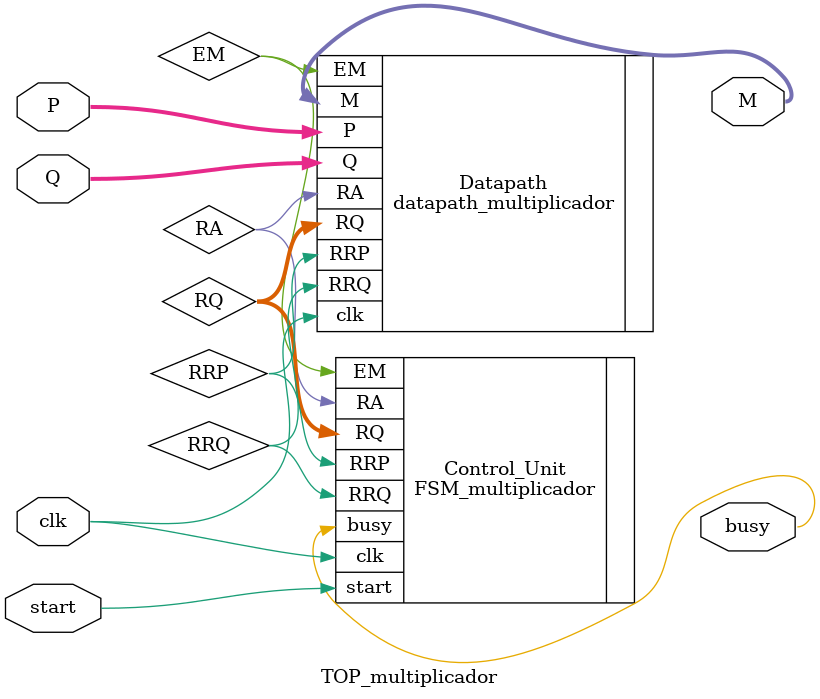
<source format=v>
`timescale 1ns / 1ps


module TOP_multiplicador(
    // se describen las entradas y salidas del diseño en general
    input clk,
    input start,
    output busy,
    input [7:0] P,
    input [7:0] Q,
    output [15:0] M
    );
    // se ingresan cables para conectar las entradas y salidas de cada una de las cajas creadas y conectarlas con el TOP
    wire EM, RA, RRQ, RRP;
    wire [7:0] RQ;
    
    datapath_multiplicador Datapath (
        .clk(clk),
        .P(P),
        .Q(Q),
        .M(M),
        .EM(EM),
        .RA(RA),
        .RRQ(RRQ),
        .RRP(RRP),
        .RQ(RQ)
        );
        
     FSM_multiplicador Control_Unit (
            .clk(clk),
            .start(start),
            .RQ(RQ),
            .EM(EM),
            .RA(RA),
            .RRQ(RRQ),
            .RRP(RRP),
            .busy(busy)
            );
endmodule

</source>
